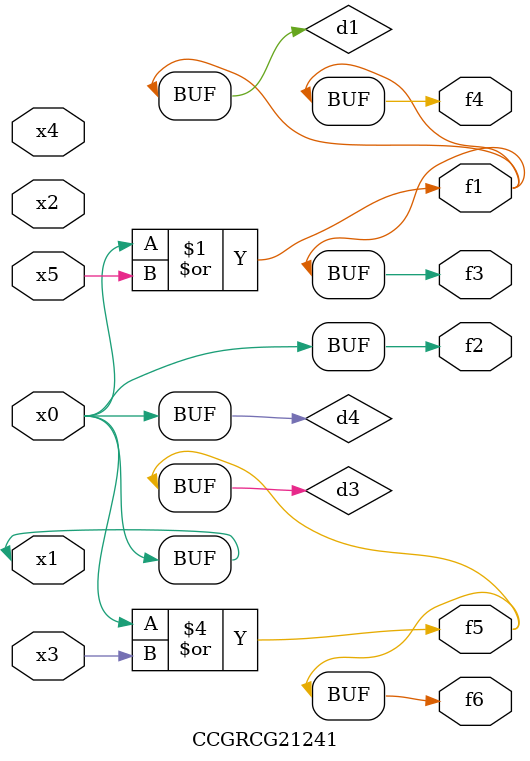
<source format=v>
module CCGRCG21241(
	input x0, x1, x2, x3, x4, x5,
	output f1, f2, f3, f4, f5, f6
);

	wire d1, d2, d3, d4;

	or (d1, x0, x5);
	xnor (d2, x1, x4);
	or (d3, x0, x3);
	buf (d4, x0, x1);
	assign f1 = d1;
	assign f2 = d4;
	assign f3 = d1;
	assign f4 = d1;
	assign f5 = d3;
	assign f6 = d3;
endmodule

</source>
